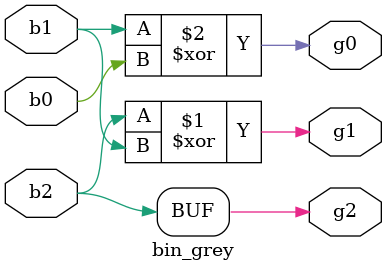
<source format=sv>
module bin_grey(g0,g1,g2,b0,b1,b2);
  input b0,b1,b2;
  output g0,g1,g2;

  xor n1(g1,b2,b1);
  xor n2(g0,b1,b0);
  assign g2=b2;
  
  
 
endmodule

</source>
